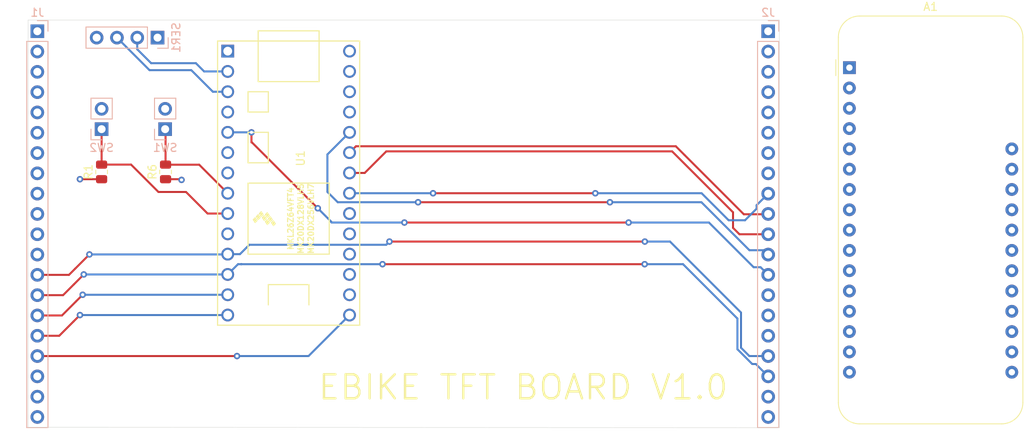
<source format=kicad_pcb>
(kicad_pcb (version 20211014) (generator pcbnew)
  (layers (0 "F.Cu" signal) (31 "B.Cu" signal) (34 "B.Paste" user) (35 "F.Paste" user) (36 "B.SilkS" user "B.Silkscreen") (37 "F.SilkS" user "F.Silkscreen") (38 "B.Mask" user) (39 "F.Mask" user) (44 "Edge.Cuts" user))
  (net 0 "")
  (net 1 "GND")
  (net 2 "+3.3v")
  (net 3 "SCK")
  (net 4 "MOSI")
  (net 5 "MISO")
  (net 7 "CS")
  (net 8 "CD")
  (net 20 "WR")
  (net 21 "RD")
  (net 22 "BRIGHTNESS")
  (net 23 "X+")
  (net 24 "Y+")
  (net 25 "X-")
  (net 26 "Y-")
  (net 35 "PB2_IN")
  (net 36 "PB1_IN")
  (net 37 "Rx-BESC")
  (net 38 "Tx-BESC")
  (footprint "Resistor_SMD:R_0805_2012Metric" (layer "F.Cu") (at 33.44 43 90)
    (fp_text reference "R1" (at 0 -1.65 90) (layer "F.SilkS"))
    (fp_text value "10k")
    (fp_line (start -0.227064 -0.735) (end 0.227064 -0.735) (layer "F.SilkS") (width 0.12))
    (fp_line (start -0.227064 0.735) (end 0.227064 0.735) (layer "F.SilkS") (width 0.12))
    (pad "1" smd roundrect locked (at -0.9125 0 90) (size 1.025 1.4) (layers "F.Cu" "F.Paste" "F.Mask") (roundrect_rratio 0.2439014634) (net 2 "+3.3v"))
    (pad "2" smd roundrect locked (at 0.9125 0 90) (size 1.025 1.4) (layers "F.Cu" "F.Paste" "F.Mask") (roundrect_rratio 0.2439014634) (net 35 "PB2_IN"))
  )
  (footprint "Resistor_SMD:R_0805_2012Metric" (layer "F.Cu") (at 41.44 43 90)
    (fp_text reference "R6" (at 0 -1.65 90) (layer "F.SilkS"))
    (fp_text value "10k")
    (fp_line (start -0.227064 -0.735) (end 0.227064 -0.735) (layer "F.SilkS") (width 0.12))
    (fp_line (start -0.227064 0.735) (end 0.227064 0.735) (layer "F.SilkS") (width 0.12))
    (pad "1" smd roundrect locked (at -0.9125 0 90) (size 1.025 1.4) (layers "F.Cu" "F.Paste" "F.Mask") (roundrect_rratio 0.2439014634) (net 2 "+3.3v"))
    (pad "2" smd roundrect locked (at 0.9125 0 90) (size 1.025 1.4) (layers "F.Cu" "F.Paste" "F.Mask") (roundrect_rratio 0.2439014634) (net 36 "PB1_IN"))
  )
  (footprint "teensy:Teensy32" (layer "F.Cu") (at 56.84 44.4 -90)
    (fp_text reference "U1" (at -3.1 -1.5 90) (layer "F.SilkS"))
    (fp_text value "Teensy3.2")
    (fp_text user "MKL26Z64VFT4" (at 4.445 -0.254 90) (layer "F.SilkS") (effects (font (size 0.7 0.7))))
    (fp_text user "MK20DX128VLH5" (at 4.445 -1.524 90) (layer "F.SilkS") (effects (font (size 0.7 0.7))))
    (fp_text user "MK20DX256VLH7" (at 4.445 -2.794 90) (layer "F.SilkS") (effects (font (size 0.7 0.7))))
    (fp_line (start 0 -5.08) (end 0 5.08) (layer "F.SilkS") (width 0.15))
    (fp_line (start -12.7 3.81) (end -17.78 3.81) (layer "F.SilkS") (width 0.15))
    (fp_line (start -2.54 2.54) (end -6.35 2.54) (layer "F.SilkS") (width 0.15))
    (fp_line (start 15.24 2.54) (end 12.7 2.54) (layer "F.SilkS") (width 0.15))
    (fp_line (start 17.78 -8.89) (end 17.78 8.89) (layer "F.SilkS") (width 0.15))
    (fp_line (start 8.89 5.08) (end 8.89 -5.08) (layer "F.SilkS") (width 0.15))
    (fp_line (start -17.78 3.81) (end -19.05 3.81) (layer "F.SilkS") (width 0.15))
    (fp_line (start -19.05 -3.81) (end -17.78 -3.81) (layer "F.SilkS") (width 0.15))
    (fp_line (start 17.78 8.89) (end -17.78 8.89) (layer "F.SilkS") (width 0.15))
    (fp_line (start -11.43 5.08) (end -8.89 5.08) (layer "F.SilkS") (width 0.15))
    (fp_line (start 12.7 2.54) (end 12.7 -2.54) (layer "F.SilkS") (width 0.15))
    (fp_line (start -17.78 -8.89) (end 17.78 -8.89) (layer "F.SilkS") (width 0.15))
    (fp_line (start -2.54 5.08) (end -2.54 2.54) (layer "F.SilkS") (width 0.15))
    (fp_line (start -6.35 2.54) (end -6.35 5.08) (layer "F.SilkS") (width 0.15))
    (fp_line (start 8.89 5.08) (end 0 5.08) (layer "F.SilkS") (width 0.15))
    (fp_line (start -11.43 2.54) (end -11.43 5.08) (layer "F.SilkS") (width 0.15))
    (fp_line (start -8.89 2.54) (end -11.43 2.54) (layer "F.SilkS") (width 0.15))
    (fp_line (start -12.7 -3.81) (end -17.78 -3.81) (layer "F.SilkS") (width 0.15))
    (fp_line (start 12.7 -2.54) (end 15.24 -2.54) (layer "F.SilkS") (width 0.15))
    (fp_line (start -8.89 5.08) (end -8.89 2.54) (layer "F.SilkS") (width 0.15))
    (fp_line (start -6.35 5.08) (end -2.54 5.08) (layer "F.SilkS") (width 0.15))
    (fp_line (start -19.05 3.81) (end -19.05 -3.81) (layer "F.SilkS") (width 0.15))
    (fp_line (start -17.78 8.89) (end -17.78 -8.89) (layer "F.SilkS") (width 0.15))
    (fp_line (start -12.7 3.81) (end -12.7 -3.81) (layer "F.SilkS") (width 0.15))
    (fp_line (start 8.89 -5.08) (end 0 -5.08) (layer "F.SilkS") (width 0.15))
    (fp_poly (pts (xy 4.953 2.159) (xy 4.699 1.905) (xy 5.08 1.651) (xy 5.334 1.905)) (layer "F.SilkS") (width 0.1) (fill solid))
    (fp_poly (pts (xy 4.572 4.445) (xy 4.318 4.191) (xy 4.699 3.937) (xy 4.953 4.191)) (layer "F.SilkS") (width 0.1) (fill solid))
    (fp_poly (pts (xy 4.318 3.302) (xy 4.064 3.048) (xy 4.445 2.794) (xy 4.699 3.048)) (layer "F.SilkS") (width 0.1) (fill solid))
    (fp_poly (pts (xy 4.826 2.921) (xy 4.572 2.667) (xy 4.953 2.413) (xy 5.207 2.667)) (layer "F.SilkS") (width 0.1) (fill solid))
    (fp_poly (pts (xy 4.445 2.54) (xy 4.191 2.286) (xy 4.572 2.032) (xy 4.826 2.286)) (layer "F.SilkS") (width 0.1) (fill solid))
    (fp_poly (pts (xy 3.937 2.921) (xy 3.683 2.667) (xy 4.064 2.413) (xy 4.318 2.667)) (layer "F.SilkS") (width 0.1) (fill solid))
    (fp_poly (pts (xy 3.81 3.683) (xy 3.556 3.429) (xy 3.937 3.175) (xy 4.191 3.429)) (layer "F.SilkS") (width 0.1) (fill solid))
    (fp_poly (pts (xy 4.191 4.064) (xy 3.937 3.81) (xy 4.318 3.556) (xy 4.572 3.81)) (layer "F.SilkS") (width 0.1) (fill solid))
    (pad "1" thru_hole rect locked (at -16.51 7.62 270) (size 1.6 1.6) (drill 1.1) (layers *.Cu *.Mask) (net 1 "GND"))
    (pad "2" thru_hole circle locked (at -13.97 7.62 270) (size 1.6 1.6) (drill 1.1) (layers *.Cu *.Mask) (net 38 "Tx-BESC"))
    (pad "3" thru_hole circle locked (at -11.43 7.62 270) (size 1.6 1.6) (drill 1.1) (layers *.Cu *.Mask) (net 37 "Rx-BESC"))
    (pad "4" thru_hole circle locked (at -8.89 7.62 270) (size 1.6 1.6) (drill 1.1) (layers *.Cu *.Mask))
    (pad "5" thru_hole circle locked (at -6.35 7.62 270) (size 1.6 1.6) (drill 1.1) (layers *.Cu *.Mask) (net 22 "BRIGHTNESS"))
    (pad "6" thru_hole circle locked (at -3.81 7.62 270) (size 1.6 1.6) (drill 1.1) (layers *.Cu *.Mask))
    (pad "7" thru_hole circle locked (at -1.27 7.62 270) (size 1.6 1.6) (drill 1.1) (layers *.Cu *.Mask))
    (pad "8" thru_hole circle locked (at 1.27 7.62 270) (size 1.6 1.6) (drill 1.1) (layers *.Cu *.Mask) (net 36 "PB1_IN"))
    (pad "9" thru_hole circle locked (at 3.81 7.62 270) (size 1.6 1.6) (drill 1.1) (layers *.Cu *.Mask) (net 35 "PB2_IN"))
    (pad "10" thru_hole circle locked (at 6.35 7.62 270) (size 1.6 1.6) (drill 1.1) (layers *.Cu *.Mask))
    (pad "11" thru_hole circle locked (at 8.89 7.62 270) (size 1.6 1.6) (drill 1.1) (layers *.Cu *.Mask) (net 8 "CD"))
    (pad "12" thru_hole circle locked (at 11.43 7.62 270) (size 1.6 1.6) (drill 1.1) (layers *.Cu *.Mask) (net 7 "CS"))
    (pad "13" thru_hole circle locked (at 13.97 7.62 270) (size 1.6 1.6) (drill 1.1) (layers *.Cu *.Mask) (net 4 "MOSI"))
    (pad "14" thru_hole circle locked (at 16.51 7.62 270) (size 1.6 1.6) (drill 1.1) (layers *.Cu *.Mask) (net 5 "MISO"))
    (pad "20" thru_hole circle locked (at 16.51 -7.62 270) (size 1.6 1.6) (drill 1.1) (layers *.Cu *.Mask) (net 3 "SCK"))
    (pad "21" thru_hole circle locked (at 13.97 -7.62 270) (size 1.6 1.6) (drill 1.1) (layers *.Cu *.Mask))
    (pad "22" thru_hole circle locked (at 11.43 -7.62 270) (size 1.6 1.6) (drill 1.1) (layers *.Cu *.Mask))
    (pad "23" thru_hole circle locked (at 8.89 -7.62 270) (size 1.6 1.6) (drill 1.1) (layers *.Cu *.Mask))
    (pad "24" thru_hole circle locked (at 6.35 -7.62 270) (size 1.6 1.6) (drill 1.1) (layers *.Cu *.Mask))
    (pad "25" thru_hole circle locked (at 3.81 -7.62 270) (size 1.6 1.6) (drill 1.1) (layers *.Cu *.Mask))
    (pad "26" thru_hole circle locked (at 1.27 -7.62 270) (size 1.6 1.6) (drill 1.1) (layers *.Cu *.Mask) (net 26 "Y-"))
    (pad "27" thru_hole circle locked (at -1.27 -7.62 270) (size 1.6 1.6) (drill 1.1) (layers *.Cu *.Mask) (net 24 "Y+"))
    (pad "28" thru_hole circle locked (at -3.81 -7.62 270) (size 1.6 1.6) (drill 1.1) (layers *.Cu *.Mask) (net 25 "X-"))
    (pad "29" thru_hole circle locked (at -6.35 -7.62 270) (size 1.6 1.6) (drill 1.1) (layers *.Cu *.Mask) (net 23 "X+"))
    (pad "30" thru_hole circle locked (at -8.89 -7.62 270) (size 1.6 1.6) (drill 1.1) (layers *.Cu *.Mask))
    (pad "31" thru_hole circle locked (at -11.43 -7.62 270) (size 1.6 1.6) (drill 1.1) (layers *.Cu *.Mask) (net 2 "+3.3v"))
    (pad "32" thru_hole circle locked (at -13.97 -7.62 270) (size 1.6 1.6) (drill 1.1) (layers *.Cu *.Mask))
    (pad "33" thru_hole circle locked (at -16.51 -7.62 270) (size 1.6 1.6) (drill 1.1) (layers *.Cu *.Mask))
  )
  (footprint "Module:Adafruit_Feather" (layer "F.Cu") (at 127 29.96)
    (fp_text reference "A1" (at 10.16 -7.62) (layer "F.SilkS"))
    (fp_text value "Adafruit_Feather_M4_CAN")
    (fp_line (start 19.05 -6.46) (end 1.27 -6.46) (layer "F.SilkS") (width 0.12))
    (fp_line (start -1.7 1) (end -1.7 -1) (layer "F.SilkS") (width 0.12))
    (fp_line (start 21.7 -3.81) (end 21.7 41.91) (layer "F.SilkS") (width 0.12))
    (fp_line (start 19.05 44.56) (end 1.27 44.56) (layer "F.SilkS") (width 0.12))
    (fp_line (start -1.38 -3.81) (end -1.38 41.91) (layer "F.SilkS") (width 0.12))
    (fp_arc (start -1.38 -3.81) (mid -0.603833 -5.683833) (end 1.27 -6.46) (layer "F.SilkS") (width 0.12))
    (fp_arc (start 21.7 41.91) (mid 20.923833 43.783833) (end 19.05 44.56) (layer "F.SilkS") (width 0.12))
    (fp_arc (start 19.05 -6.46) (mid 20.923833 -5.683833) (end 21.7 -3.81) (layer "F.SilkS") (width 0.12))
    (fp_arc (start 1.27 44.56) (mid -0.603833 43.783833) (end -1.38 41.91) (layer "F.SilkS") (width 0.12))
    (pad "1" thru_hole rect (at 0 0 180) (size 1.6 1.6) (drill 0.8) (layers *.Cu *.Mask))
    (pad "2" thru_hole circle (at 0 2.54 180) (size 1.6 1.6) (drill 0.8) (layers *.Cu *.Mask))
    (pad "3" thru_hole circle (at 0 5.08 180) (size 1.6 1.6) (drill 0.8) (layers *.Cu *.Mask))
    (pad "4" thru_hole circle (at 0 7.62 180) (size 1.6 1.6) (drill 0.8) (layers *.Cu *.Mask))
    (pad "5" thru_hole circle (at 0 10.16 180) (size 1.6 1.6) (drill 0.8) (layers *.Cu *.Mask))
    (pad "6" thru_hole circle (at 0 12.7 180) (size 1.6 1.6) (drill 0.8) (layers *.Cu *.Mask))
    (pad "7" thru_hole circle (at 0 15.24 180) (size 1.6 1.6) (drill 0.8) (layers *.Cu *.Mask))
    (pad "8" thru_hole circle (at 0 17.78 180) (size 1.6 1.6) (drill 0.8) (layers *.Cu *.Mask))
    (pad "9" thru_hole circle (at 0 20.32 180) (size 1.6 1.6) (drill 0.8) (layers *.Cu *.Mask))
    (pad "10" thru_hole circle (at 0 22.86 180) (size 1.6 1.6) (drill 0.8) (layers *.Cu *.Mask))
    (pad "11" thru_hole circle (at 0 25.4 180) (size 1.6 1.6) (drill 0.8) (layers *.Cu *.Mask))
    (pad "12" thru_hole circle (at 0 27.94 180) (size 1.6 1.6) (drill 0.8) (layers *.Cu *.Mask))
    (pad "13" thru_hole circle (at 0 30.48 180) (size 1.6 1.6) (drill 0.8) (layers *.Cu *.Mask))
    (pad "14" thru_hole circle (at 0 33.02 180) (size 1.6 1.6) (drill 0.8) (layers *.Cu *.Mask))
    (pad "15" thru_hole circle (at 0 35.56 180) (size 1.6 1.6) (drill 0.8) (layers *.Cu *.Mask))
    (pad "16" thru_hole circle (at 0 38.1 180) (size 1.6 1.6) (drill 0.8) (layers *.Cu *.Mask))
    (pad "17" thru_hole circle (at 20.32 38.1 180) (size 1.6 1.6) (drill 0.8) (layers *.Cu *.Mask))
    (pad "18" thru_hole circle (at 20.32 35.56 180) (size 1.6 1.6) (drill 0.8) (layers *.Cu *.Mask))
    (pad "19" thru_hole circle (at 20.32 33.02 180) (size 1.6 1.6) (drill 0.8) (layers *.Cu *.Mask))
    (pad "20" thru_hole circle (at 20.32 30.48 180) (size 1.6 1.6) (drill 0.8) (layers *.Cu *.Mask))
    (pad "21" thru_hole circle (at 20.32 27.94 180) (size 1.6 1.6) (drill 0.8) (layers *.Cu *.Mask))
    (pad "22" thru_hole circle (at 20.32 25.4 180) (size 1.6 1.6) (drill 0.8) (layers *.Cu *.Mask))
    (pad "23" thru_hole circle (at 20.32 22.86 180) (size 1.6 1.6) (drill 0.8) (layers *.Cu *.Mask))
    (pad "24" thru_hole circle (at 20.32 20.32 180) (size 1.6 1.6) (drill 0.8) (layers *.Cu *.Mask))
    (pad "25" thru_hole circle (at 20.32 17.78 180) (size 1.6 1.6) (drill 0.8) (layers *.Cu *.Mask))
    (pad "26" thru_hole circle (at 20.32 15.24 180) (size 1.6 1.6) (drill 0.8) (layers *.Cu *.Mask))
    (pad "27" thru_hole circle (at 20.32 12.7 180) (size 1.6 1.6) (drill 0.8) (layers *.Cu *.Mask))
    (pad "28" thru_hole circle (at 20.32 10.16 180) (size 1.6 1.6) (drill 0.8) (layers *.Cu *.Mask))
  )
  (footprint "Connector_PinHeader_2.54mm:PinHeader_1x20_P2.54mm_Vertical" (layer "B.Cu") (at 25.4 25.4 180)
    (fp_text reference "J1" (at 0 2.33) (layer "B.SilkS") (effects (justify mirror)))
    (fp_text value "Conn_01x20")
    (fp_line (start -1.33 -49.59) (end 1.33 -49.59) (layer "B.SilkS") (width 0.12))
    (fp_line (start -1.33 -1.27) (end 1.33 -1.27) (layer "B.SilkS") (width 0.12))
    (fp_line (start -1.33 -1.27) (end -1.33 -49.59) (layer "B.SilkS") (width 0.12))
    (fp_line (start -1.33 0) (end -1.33 1.33) (layer "B.SilkS") (width 0.12))
    (fp_line (start -1.33 1.33) (end 0 1.33) (layer "B.SilkS") (width 0.12))
    (fp_line (start 1.33 -1.27) (end 1.33 -49.59) (layer "B.SilkS") (width 0.12))
    (pad "1" thru_hole rect locked (at 0 0 180) (size 1.7 1.7) (drill 1) (layers *.Cu *.Mask))
    (pad "2" thru_hole oval locked (at 0 -2.54 180) (size 1.7 1.7) (drill 1) (layers *.Cu *.Mask))
    (pad "3" thru_hole oval locked (at 0 -5.08 180) (size 1.7 1.7) (drill 1) (layers *.Cu *.Mask))
    (pad "4" thru_hole oval locked (at 0 -7.62 180) (size 1.7 1.7) (drill 1) (layers *.Cu *.Mask))
    (pad "5" thru_hole oval locked (at 0 -10.16 180) (size 1.7 1.7) (drill 1) (layers *.Cu *.Mask))
    (pad "6" thru_hole oval locked (at 0 -12.7 180) (size 1.7 1.7) (drill 1) (layers *.Cu *.Mask))
    (pad "7" thru_hole oval locked (at 0 -15.24 180) (size 1.7 1.7) (drill 1) (layers *.Cu *.Mask))
    (pad "8" thru_hole oval locked (at 0 -17.78 180) (size 1.7 1.7) (drill 1) (layers *.Cu *.Mask))
    (pad "9" thru_hole oval locked (at 0 -20.32 180) (size 1.7 1.7) (drill 1) (layers *.Cu *.Mask))
    (pad "10" thru_hole oval locked (at 0 -22.86 180) (size 1.7 1.7) (drill 1) (layers *.Cu *.Mask))
    (pad "11" thru_hole oval locked (at 0 -25.4 180) (size 1.7 1.7) (drill 1) (layers *.Cu *.Mask))
    (pad "12" thru_hole oval locked (at 0 -27.94 180) (size 1.7 1.7) (drill 1) (layers *.Cu *.Mask) (net 2 "+3.3v"))
    (pad "13" thru_hole oval locked (at 0 -30.48 180) (size 1.7 1.7) (drill 1) (layers *.Cu *.Mask) (net 8 "CD"))
    (pad "14" thru_hole oval locked (at 0 -33.02 180) (size 1.7 1.7) (drill 1) (layers *.Cu *.Mask) (net 7 "CS"))
    (pad "15" thru_hole oval locked (at 0 -35.56 180) (size 1.7 1.7) (drill 1) (layers *.Cu *.Mask) (net 4 "MOSI"))
    (pad "16" thru_hole oval locked (at 0 -38.1 180) (size 1.7 1.7) (drill 1) (layers *.Cu *.Mask) (net 5 "MISO"))
    (pad "17" thru_hole oval locked (at 0 -40.64 180) (size 1.7 1.7) (drill 1) (layers *.Cu *.Mask) (net 3 "SCK"))
    (pad "18" thru_hole oval locked (at 0 -43.18 180) (size 1.7 1.7) (drill 1) (layers *.Cu *.Mask))
    (pad "19" thru_hole oval locked (at 0 -45.72 180) (size 1.7 1.7) (drill 1) (layers *.Cu *.Mask) (net 2 "+3.3v"))
    (pad "20" thru_hole oval locked (at 0 -48.26 180) (size 1.7 1.7) (drill 1) (layers *.Cu *.Mask) (net 1 "GND"))
  )
  (footprint "Connector_PinHeader_2.54mm:PinHeader_1x20_P2.54mm_Vertical" (layer "B.Cu") (at 116.84 25.4 180)
    (fp_text reference "J2" (at 0 2.33) (layer "B.SilkS") (effects (justify mirror)))
    (fp_text value "Conn_01x20")
    (fp_line (start 1.33 -1.27) (end 1.33 -49.59) (layer "B.SilkS") (width 0.12))
    (fp_line (start -1.33 1.33) (end 0 1.33) (layer "B.SilkS") (width 0.12))
    (fp_line (start -1.33 -49.59) (end 1.33 -49.59) (layer "B.SilkS") (width 0.12))
    (fp_line (start -1.33 -1.27) (end -1.33 -49.59) (layer "B.SilkS") (width 0.12))
    (fp_line (start -1.33 0) (end -1.33 1.33) (layer "B.SilkS") (width 0.12))
    (fp_line (start -1.33 -1.27) (end 1.33 -1.27) (layer "B.SilkS") (width 0.12))
    (pad "1" thru_hole rect locked (at 0 0 180) (size 1.7 1.7) (drill 1) (layers *.Cu *.Mask))
    (pad "2" thru_hole oval locked (at 0 -2.54 180) (size 1.7 1.7) (drill 1) (layers *.Cu *.Mask))
    (pad "3" thru_hole oval locked (at 0 -5.08 180) (size 1.7 1.7) (drill 1) (layers *.Cu *.Mask))
    (pad "4" thru_hole oval locked (at 0 -7.62 180) (size 1.7 1.7) (drill 1) (layers *.Cu *.Mask))
    (pad "5" thru_hole oval locked (at 0 -10.16 180) (size 1.7 1.7) (drill 1) (layers *.Cu *.Mask))
    (pad "6" thru_hole oval locked (at 0 -12.7 180) (size 1.7 1.7) (drill 1) (layers *.Cu *.Mask))
    (pad "7" thru_hole oval locked (at 0 -15.24 180) (size 1.7 1.7) (drill 1) (layers *.Cu *.Mask))
    (pad "8" thru_hole oval locked (at 0 -17.78 180) (size 1.7 1.7) (drill 1) (layers *.Cu *.Mask))
    (pad "9" thru_hole oval locked (at 0 -20.32 180) (size 1.7 1.7) (drill 1) (layers *.Cu *.Mask) (net 26 "Y-"))
    (pad "10" thru_hole oval locked (at 0 -22.86 180) (size 1.7 1.7) (drill 1) (layers *.Cu *.Mask) (net 25 "X-"))
    (pad "11" thru_hole oval locked (at 0 -25.4 180) (size 1.7 1.7) (drill 1) (layers *.Cu *.Mask) (net 24 "Y+"))
    (pad "12" thru_hole oval locked (at 0 -27.94 180) (size 1.7 1.7) (drill 1) (layers *.Cu *.Mask) (net 23 "X+"))
    (pad "13" thru_hole oval locked (at 0 -30.48 180) (size 1.7 1.7) (drill 1) (layers *.Cu *.Mask) (net 22 "BRIGHTNESS"))
    (pad "14" thru_hole oval locked (at 0 -33.02 180) (size 1.7 1.7) (drill 1) (layers *.Cu *.Mask) (net 2 "+3.3v"))
    (pad "15" thru_hole oval locked (at 0 -35.56 180) (size 1.7 1.7) (drill 1) (layers *.Cu *.Mask) (net 21 "RD"))
    (pad "16" thru_hole oval locked (at 0 -38.1 180) (size 1.7 1.7) (drill 1) (layers *.Cu *.Mask) (net 20 "WR"))
    (pad "17" thru_hole oval locked (at 0 -40.64 180) (size 1.7 1.7) (drill 1) (layers *.Cu *.Mask) (net 8 "CD"))
    (pad "18" thru_hole oval locked (at 0 -43.18 180) (size 1.7 1.7) (drill 1) (layers *.Cu *.Mask) (net 7 "CS"))
    (pad "19" thru_hole oval locked (at 0 -45.72 180) (size 1.7 1.7) (drill 1) (layers *.Cu *.Mask) (net 2 "+3.3v"))
    (pad "20" thru_hole oval locked (at 0 -48.26 180) (size 1.7 1.7) (drill 1) (layers *.Cu *.Mask) (net 1 "GND"))
  )
  (footprint "Connector_PinHeader_2.54mm:PinHeader_1x04_P2.54mm_Vertical" (layer "B.Cu") (at 40.44 26.2 90)
    (fp_text reference "SER1" (at 0 2.33 90) (layer "B.SilkS") (effects (justify mirror)))
    (fp_text value "Conn_01x04")
    (fp_line (start 1.33 -1.27) (end 1.33 -8.95) (layer "B.SilkS") (width 0.12))
    (fp_line (start -1.33 -1.27) (end 1.33 -1.27) (layer "B.SilkS") (width 0.12))
    (fp_line (start -1.33 -8.95) (end 1.33 -8.95) (layer "B.SilkS") (width 0.12))
    (fp_line (start -1.33 -1.27) (end -1.33 -8.95) (layer "B.SilkS") (width 0.12))
    (fp_line (start -1.33 0) (end -1.33 1.33) (layer "B.SilkS") (width 0.12))
    (fp_line (start -1.33 1.33) (end 0 1.33) (layer "B.SilkS") (width 0.12))
    (pad "1" thru_hole rect locked (at 0 0 90) (size 1.7 1.7) (drill 1) (layers *.Cu *.Mask) (net 2 "+3.3v"))
    (pad "2" thru_hole oval locked (at 0 -2.54 90) (size 1.7 1.7) (drill 1) (layers *.Cu *.Mask) (net 38 "Tx-BESC"))
    (pad "3" thru_hole oval locked (at 0 -5.08 90) (size 1.7 1.7) (drill 1) (layers *.Cu *.Mask) (net 37 "Rx-BESC"))
    (pad "4" thru_hole oval locked (at 0 -7.62 90) (size 1.7 1.7) (drill 1) (layers *.Cu *.Mask) (net 1 "GND"))
  )
  (footprint "Connector_PinHeader_2.54mm:PinHeader_1x02_P2.54mm_Vertical" (layer "B.Cu") (at 41.39 37.65)
    (fp_text reference "SW1" (at 0 2.33) (layer "B.SilkS") (effects (justify mirror)))
    (fp_text value "Conn_01x02")
    (fp_line (start -1.33 -1.27) (end 1.33 -1.27) (layer "B.SilkS") (width 0.12))
    (fp_line (start -1.33 0) (end -1.33 1.33) (layer "B.SilkS") (width 0.12))
    (fp_line (start -1.33 -1.27) (end -1.33 -3.87) (layer "B.SilkS") (width 0.12))
    (fp_line (start 1.33 -1.27) (end 1.33 -3.87) (layer "B.SilkS") (width 0.12))
    (fp_line (start -1.33 -3.87) (end 1.33 -3.87) (layer "B.SilkS") (width 0.12))
    (fp_line (start -1.33 1.33) (end 0 1.33) (layer "B.SilkS") (width 0.12))
    (pad "1" thru_hole rect locked (at 0 0) (size 1.7 1.7) (drill 1) (layers *.Cu *.Mask) (net 36 "PB1_IN"))
    (pad "2" thru_hole oval locked (at 0 -2.54) (size 1.7 1.7) (drill 1) (layers *.Cu *.Mask) (net 1 "GND"))
  )
  (footprint "Connector_PinHeader_2.54mm:PinHeader_1x02_P2.54mm_Vertical" (layer "B.Cu") (at 33.44 37.65)
    (fp_text reference "SW2" (at 0 2.33) (layer "B.SilkS") (effects (justify mirror)))
    (fp_text value "Conn_01x02")
    (fp_line (start -1.33 0) (end -1.33 1.33) (layer "B.SilkS") (width 0.12))
    (fp_line (start 1.33 -1.27) (end 1.33 -3.87) (layer "B.SilkS") (width 0.12))
    (fp_line (start -1.33 -3.87) (end 1.33 -3.87) (layer "B.SilkS") (width 0.12))
    (fp_line (start -1.33 -1.27) (end 1.33 -1.27) (layer "B.SilkS") (width 0.12))
    (fp_line (start -1.33 1.33) (end 0 1.33) (layer "B.SilkS") (width 0.12))
    (fp_line (start -1.33 -1.27) (end -1.33 -3.87) (layer "B.SilkS") (width 0.12))
    (pad "1" thru_hole rect locked (at 0 0) (size 1.7 1.7) (drill 1) (layers *.Cu *.Mask) (net 35 "PB2_IN"))
    (pad "2" thru_hole oval locked (at 0 -2.54) (size 1.7 1.7) (drill 1) (layers *.Cu *.Mask) (net 1 "GND"))
  )
  (gr_line (start 118.24 24) (end 24.24 24) (layer "Edge.Cuts") (width 0.05))
  (gr_line (start 24.24 74.95) (end 118.24 75) (layer "Edge.Cuts") (width 0.05))
  (gr_line (start 24.24 24) (end 24.24 74.95) (layer "Edge.Cuts") (width 0.05))
  (gr_line (start 118.24 75) (end 118.24 24) (layer "Edge.Cuts") (width 0.05))
  (gr_text "EBIKE TFT BOARD V1.0" (at 86.19 69.95) (layer "F.SilkS") (effects (font (size 3 3) (thickness 0.3))))
  (segment (start 41.44 43.9125) (end 43.3525 43.9125) (width 0.25) (layer "F.Cu") (net 2))
  (segment (start 43.3525 43.9125) (end 43.44 44) (width 0.25) (layer "F.Cu") (net 2))
  (segment (start 33.44 43.9125) (end 30.7275 43.9125) (width 0.25) (layer "F.Cu") (net 2))
  (via (at 30.7275 43.9125) (size 0.8) (drill 0.4) (layers "F.Cu" "B.Cu") (net 2))
  (via (at 43.44 44) (size 0.8) (drill 0.4) (layers "F.Cu" "B.Cu") (net 2))
  (segment (start 50.38 66.04) (end 50.4 66.04) (width 0.25) (layer "F.Cu") (net 3))
  (segment (start 25.4 66.04) (end 50.38 66.04) (width 0.25) (layer "F.Cu") (net 3))
  (via (at 50.38 66.04) (size 0.8) (drill 0.4) (layers "F.Cu" "B.Cu") (net 3))
  (segment (start 59.33 66.04) (end 64.46 60.91) (width 0.25) (layer "B.Cu") (net 3))
  (segment (start 50.38 66.04) (end 59.33 66.04) (width 0.25) (layer "B.Cu") (net 3))
  (segment (start 31.07 58.37) (end 30.24 59.2) (width 0.25) (layer "F.Cu") (net 4))
  (segment (start 31.07 58.37) (end 31.07 58.37) (width 0.25) (layer "F.Cu") (net 4))
  (segment (start 25.4 60.96) (end 28.48 60.96) (width 0.25) (layer "F.Cu") (net 4))
  (segment (start 28.48 60.96) (end 30.24 59.2) (width 0.25) (layer "F.Cu") (net 4))
  (via (at 31.07 58.37) (size 0.8) (drill 0.4) (layers "F.Cu" "B.Cu") (net 4))
  (segment (start 31.07 58.37) (end 49.22 58.37) (width 0.25) (layer "B.Cu") (net 4))
  (segment (start 30.73 60.91) (end 29.915 61.725) (width 0.25) (layer "F.Cu") (net 5))
  (segment (start 30.73 60.91) (end 30.73 60.91) (width 0.25) (layer "F.Cu") (net 5))
  (segment (start 28.14 63.5) (end 29.915 61.725) (width 0.25) (layer "F.Cu") (net 5))
  (segment (start 25.4 63.5) (end 28.14 63.5) (width 0.25) (layer "F.Cu") (net 5))
  (via (at 30.73 60.91) (size 0.8) (drill 0.4) (layers "F.Cu" "B.Cu") (net 5))
  (segment (start 30.73 60.91) (end 49.22 60.91) (width 0.25) (layer "B.Cu") (net 5))
  (segment (start 31.21 55.83) (end 29.965 57.075) (width 0.25) (layer "F.Cu") (net 7))
  (segment (start 49.34 55.8) (end 49.47 55.67) (width 0.25) (layer "F.Cu") (net 7))
  (segment (start 28.62 58.42) (end 29.965 57.075) (width 0.25) (layer "F.Cu") (net 7))
  (segment (start 25.4 58.42) (end 28.62 58.42) (width 0.25) (layer "F.Cu") (net 7))
  (segment (start 31.21 55.83) (end 31.21 55.83) (width 0.25) (layer "F.Cu") (net 7))
  (segment (start 101.384999 54.544999) (end 68.584999 54.544999) (width 0.25) (layer "F.Cu") (net 7))
  (via (at 101.384999 54.544999) (size 0.8) (drill 0.4) (layers "F.Cu" "B.Cu") (net 7))
  (via (at 68.584999 54.544999) (size 0.8) (drill 0.4) (layers "F.Cu" "B.Cu") (net 7))
  (via (at 31.21 55.83) (size 0.8) (drill 0.4) (layers "F.Cu" "B.Cu") (net 7))
  (segment (start 101.384999 54.544999) (end 106.184999 54.544999) (width 0.25) (layer "B.Cu") (net 7))
  (segment (start 106.184999 54.544999) (end 112.98999 61.34999) (width 0.25) (layer "B.Cu") (net 7))
  (segment (start 114.84 67.03641) (end 115.29641 67.03641) (width 0.25) (layer "B.Cu") (net 7))
  (segment (start 50.505001 54.544999) (end 50.934999 54.544999) (width 0.25) (layer "B.Cu") (net 7))
  (segment (start 31.21 55.83) (end 49.22 55.83) (width 0.25) (layer "B.Cu") (net 7))
  (segment (start 112.98999 61.34999) (end 112.989991 65.186401) (width 0.25) (layer "B.Cu") (net 7))
  (segment (start 50.884999 54.544999) (end 50.934999 54.544999) (width 0.25) (layer "B.Cu") (net 7))
  (segment (start 112.989991 65.186401) (end 114.84 67.03641) (width 0.25) (layer "B.Cu") (net 7))
  (segment (start 49.22 55.83) (end 50.505001 54.544999) (width 0.25) (layer "B.Cu") (net 7))
  (segment (start 50.934999 54.544999) (end 68.584999 54.544999) (width 0.25) (layer "B.Cu") (net 7))
  (segment (start 115.29641 67.03641) (end 116.84 68.58) (width 0.25) (layer "B.Cu") (net 7))
  (segment (start 31.915 53.325) (end 30.14 55.1) (width 0.25) (layer "F.Cu") (net 8))
  (segment (start 49.4 53.2) (end 49.47 53.13) (width 0.25) (layer "F.Cu") (net 8))
  (segment (start 25.4 55.88) (end 29.36 55.88) (width 0.25) (layer "F.Cu") (net 8))
  (segment (start 29.36 55.88) (end 30.14 55.1) (width 0.25) (layer "F.Cu") (net 8))
  (segment (start 101.405001 51.715001) (end 69.455001 51.715001) (width 0.25) (layer "F.Cu") (net 8))
  (segment (start 31.95 53.29) (end 31.915 53.325) (width 0.25) (layer "F.Cu") (net 8))
  (via (at 31.915 53.325) (size 0.8) (drill 0.4) (layers "F.Cu" "B.Cu") (net 8))
  (via (at 69.455001 51.715001) (size 0.8) (drill 0.4) (layers "F.Cu" "B.Cu") (net 8))
  (via (at 101.405001 51.715001) (size 0.8) (drill 0.4) (layers "F.Cu" "B.Cu") (net 8))
  (segment (start 101.405001 51.715001) (end 104.555001 51.715001) (width 0.25) (layer "B.Cu") (net 8))
  (segment (start 31.915 53.325) (end 49.185 53.325) (width 0.25) (layer "B.Cu") (net 8))
  (segment (start 49.22 53.29) (end 50.75 53.29) (width 0.25) (layer "B.Cu") (net 8))
  (segment (start 113.44 60.6) (end 113.44 65) (width 0.25) (layer "B.Cu") (net 8))
  (segment (start 49.185 53.325) (end 49.22 53.29) (width 0.25) (layer "B.Cu") (net 8))
  (segment (start 113.44 65) (end 114.48 66.04) (width 0.25) (layer "B.Cu") (net 8))
  (segment (start 104.555001 51.715001) (end 113.44 60.6) (width 0.25) (layer "B.Cu") (net 8))
  (segment (start 69.455001 51.715001) (end 69.055002 52.115) (width 0.25) (layer "B.Cu") (net 8))
  (segment (start 69.055002 52.115) (end 51.925 52.115) (width 0.25) (layer "B.Cu") (net 8))
  (segment (start 50.75 53.29) (end 51.925 52.115) (width 0.25) (layer "B.Cu") (net 8))
  (segment (start 114.48 66.04) (end 116.84 66.04) (width 0.25) (layer "B.Cu") (net 8))
  (segment (start 71.325001 49.335001) (end 99.375001 49.335001) (width 0.25) (layer "F.Cu") (net 22))
  (segment (start 52.19 38.05) (end 52.19 39.3) (width 0.25) (layer "F.Cu") (net 22))
  (segment (start 52.19 39.3) (end 52.24 39.3) (width 0.25) (layer "F.Cu") (net 22))
  (segment (start 52.24 39.3) (end 60.49 47.55) (width 0.25) (layer "F.Cu") (net 22))
  (via (at 52.19 38.05) (size 0.8) (drill 0.4) (layers "F.Cu" "B.Cu") (net 22))
  (via (at 99.375001 49.335001) (size 0.8) (drill 0.4) (layers "F.Cu" "B.Cu") (net 22))
  (via (at 60.49 47.55) (size 0.8) (drill 0.4) (layers "F.Cu" "B.Cu") (net 22))
  (via (at 71.325001 49.335001) (size 0.8) (drill 0.4) (layers "F.Cu" "B.Cu") (net 22))
  (segment (start 62.165 49.275) (end 62.225001 49.335001) (width 0.25) (layer "B.Cu") (net 22))
  (segment (start 109.425001 49.335001) (end 99.375001 49.335001) (width 0.25) (layer "B.Cu") (net 22))
  (segment (start 62.225001 49.335001) (end 71.325001 49.335001) (width 0.25) (layer "B.Cu") (net 22))
  (segment (start 116.84 55.88) (end 115.885 54.925) (width 0.25) (layer "B.Cu") (net 22))
  (segment (start 115.885 54.925) (end 115.015 54.925) (width 0.25) (layer "B.Cu") (net 22))
  (segment (start 62.165 49.275) (end 62.165 49.225) (width 0.25) (layer "B.Cu") (net 22))
  (segment (start 49.22 38.05) (end 52.19 38.05) (width 0.25) (layer "B.Cu") (net 22))
  (segment (start 115.015 54.925) (end 109.425001 49.335001) (width 0.25) (layer "B.Cu") (net 22))
  (segment (start 62.165 49.225) (end 60.49 47.55) (width 0.25) (layer "B.Cu") (net 22))
  (segment (start 97.035001 46.795001) (end 73.035001 46.795001) (width 0.25) (layer "F.Cu") (net 23))
  (via (at 97.035001 46.795001) (size 0.8) (drill 0.4) (layers "F.Cu" "B.Cu") (net 23))
  (via (at 73.035001 46.795001) (size 0.8) (drill 0.4) (layers "F.Cu" "B.Cu") (net 23))
  (segment (start 116.3 52.8) (end 114.49 52.8) (width 0.25) (layer "B.Cu") (net 23))
  (segment (start 61.69 45.5) (end 62.985001 46.795001) (width 0.25) (layer "B.Cu") (net 23))
  (segment (start 61.69 40.82) (end 61.69 45.5) (width 0.25) (layer "B.Cu") (net 23))
  (segment (start 108.485001 46.795001) (end 97.035001 46.795001) (width 0.25) (layer "B.Cu") (net 23))
  (segment (start 116.84 53.34) (end 116.3 52.8) (width 0.25) (layer "B.Cu") (net 23))
  (segment (start 64.46 38.05) (end 61.69 40.82) (width 0.25) (layer "B.Cu") (net 23))
  (segment (start 62.985001 46.795001) (end 73.035001 46.795001) (width 0.25) (layer "B.Cu") (net 23))
  (segment (start 114.49 52.8) (end 108.485001 46.795001) (width 0.25) (layer "B.Cu") (net 23))
  (segment (start 112.44 48.05) (end 112.44 50) (width 0.25) (layer "F.Cu") (net 24))
  (segment (start 66.36 43.13) (end 69.06 40.43) (width 0.25) (layer "F.Cu") (net 24))
  (segment (start 113.24 50.8) (end 116.84 50.8) (width 0.25) (layer "F.Cu") (net 24))
  (segment (start 69.06 40.43) (end 104.82 40.43) (width 0.25) (layer "F.Cu") (net 24))
  (segment (start 64.46 43.13) (end 66.36 43.13) (width 0.25) (layer "F.Cu") (net 24))
  (segment (start 104.82 40.43) (end 112.44 48.05) (width 0.25) (layer "F.Cu") (net 24))
  (segment (start 112.44 50) (end 113.24 50.8) (width 0.25) (layer "F.Cu") (net 24))
  (segment (start 64.46 40.59) (end 65.259999 39.790001) (width 0.25) (layer "F.Cu") (net 25))
  (segment (start 65.259999 39.790001) (end 105.280001 39.790001) (width 0.25) (layer "F.Cu") (net 25))
  (segment (start 105.280001 39.790001) (end 106.365 40.875) (width 0.25) (layer "F.Cu") (net 25))
  (segment (start 106.365 40.875) (end 113.79 48.3) (width 0.25) (layer "F.Cu") (net 25))
  (segment (start 113.79 48.3) (end 116.8 48.3) (width 0.25) (layer "F.Cu") (net 25))
  (segment (start 116.8 48.3) (end 116.84 48.26) (width 0.25) (layer "F.Cu") (net 25))
  (segment (start 74.91 45.67) (end 95.21 45.67) (width 0.25) (layer "F.Cu") (net 26))
  (via (at 95.21 45.67) (size 0.8) (drill 0.4) (layers "F.Cu" "B.Cu") (net 26))
  (via (at 74.91 45.67) (size 0.8) (drill 0.4) (layers "F.Cu" "B.Cu") (net 26))
  (segment (start 115.39 47.6) (end 115.39 47.17) (width 0.25) (layer "B.Cu") (net 26))
  (segment (start 111.89 49.05) (end 113.94 49.05) (width 0.25) (layer "B.Cu") (net 26))
  (segment (start 113.94 49.05) (end 115.39 47.6) (width 0.25) (layer "B.Cu") (net 26))
  (segment (start 108.51 45.67) (end 111.89 49.05) (width 0.25) (layer "B.Cu") (net 26))
  (segment (start 95.21 45.67) (end 108.51 45.67) (width 0.25) (layer "B.Cu") (net 26))
  (segment (start 64.46 45.67) (end 74.91 45.67) (width 0.25) (layer "B.Cu") (net 26))
  (segment (start 115.39 47.17) (end 116.84 45.72) (width 0.25) (layer "B.Cu") (net 26))
  (segment (start 44 45.51) (end 46.7 48.21) (width 0.25) (layer "F.Cu") (net 35))
  (segment (start 33.44 42.0875) (end 33.44 37.65) (width 0.25) (layer "F.Cu") (net 35))
  (segment (start 33.44 42.0875) (end 37.1275 42.0875) (width 0.25) (layer "F.Cu") (net 35))
  (segment (start 37.1275 42.0875) (end 40.55 45.51) (width 0.25) (layer "F.Cu") (net 35))
  (segment (start 40.55 45.51) (end 44 45.51) (width 0.25) (layer "F.Cu") (net 35))
  (segment (start 46.7 48.21) (end 49.22 48.21) (width 0.25) (layer "F.Cu") (net 35))
  (segment (start 45.65 42.1) (end 41.4525 42.1) (width 0.25) (layer "F.Cu") (net 36))
  (segment (start 41.4525 42.1) (end 41.44 42.0875) (width 0.25) (layer "F.Cu") (net 36))
  (segment (start 41.44 37.7) (end 41.39 37.65) (width 0.25) (layer "F.Cu") (net 36))
  (segment (start 49.22 45.67) (end 45.65 42.1) (width 0.25) (layer "F.Cu") (net 36))
  (segment (start 41.44 42.0875) (end 41.44 37.7) (width 0.25) (layer "F.Cu") (net 36))
  (segment (start 44.66 30.27) (end 39.43 30.27) (width 0.25) (layer "B.Cu") (net 37))
  (segment (start 39.43 30.27) (end 35.36 26.2) (width 0.25) (layer "B.Cu") (net 37))
  (segment (start 49.22 32.97) (end 47.36 32.97) (width 0.25) (layer "B.Cu") (net 37))
  (segment (start 47.36 32.97) (end 44.66 30.27) (width 0.25) (layer "B.Cu") (net 37))
  (segment (start 37.9 26.2) (end 37.9 27.66) (width 0.25) (layer "B.Cu") (net 38))
  (segment (start 37.9 27.66) (end 39.64 29.4) (width 0.25) (layer "B.Cu") (net 38))
  (segment (start 45.24 29.4) (end 46.27 30.43) (width 0.25) (layer "B.Cu") (net 38))
  (segment (start 39.64 29.4) (end 45.24 29.4) (width 0.25) (layer "B.Cu") (net 38))
  (segment (start 46.27 30.43) (end 49.22 30.43) (width 0.25) (layer "B.Cu") (net 38))
)
</source>
